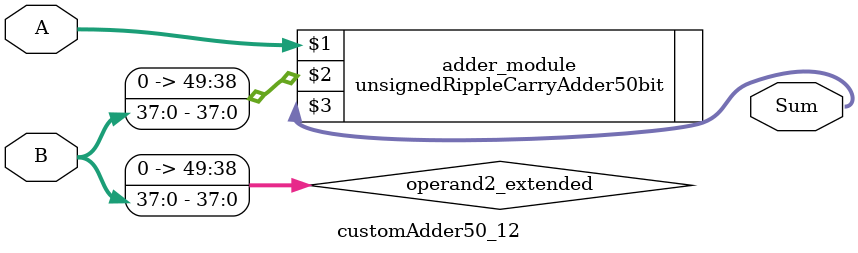
<source format=v>
module customAdder50_12(
                        input [49 : 0] A,
                        input [37 : 0] B,
                        
                        output [50 : 0] Sum
                );

        wire [49 : 0] operand2_extended;
        
        assign operand2_extended =  {12'b0, B};
        
        unsignedRippleCarryAdder50bit adder_module(
            A,
            operand2_extended,
            Sum
        );
        
        endmodule
        
</source>
